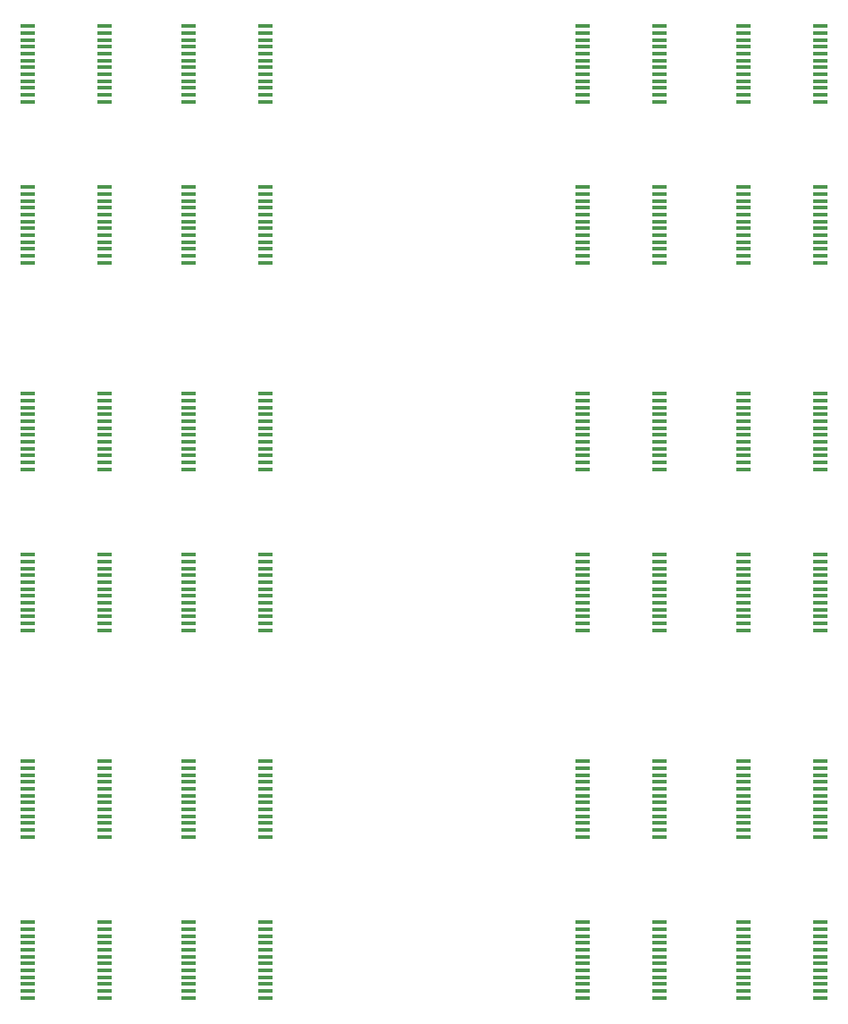
<source format=gbp>
G75*
%MOIN*%
%OFA0B0*%
%FSLAX25Y25*%
%IPPOS*%
%LPD*%
%AMOC8*
5,1,8,0,0,1.08239X$1,22.5*
%
%ADD10R,0.05500X0.01370*%
D10*
X0132962Y0059425D03*
X0132962Y0061984D03*
X0132962Y0064543D03*
X0132962Y0067102D03*
X0132962Y0069661D03*
X0132962Y0072220D03*
X0132962Y0074780D03*
X0132962Y0077339D03*
X0132962Y0079898D03*
X0132962Y0082457D03*
X0132962Y0085016D03*
X0132962Y0087575D03*
X0161749Y0087575D03*
X0161749Y0085016D03*
X0161749Y0082457D03*
X0161749Y0079898D03*
X0161749Y0077339D03*
X0161749Y0074780D03*
X0161749Y0072220D03*
X0161749Y0069661D03*
X0161749Y0067102D03*
X0161749Y0064543D03*
X0161749Y0061984D03*
X0161749Y0059425D03*
X0192962Y0059425D03*
X0192962Y0061984D03*
X0192962Y0064543D03*
X0192962Y0067102D03*
X0192962Y0069661D03*
X0192962Y0072220D03*
X0192962Y0074780D03*
X0192962Y0077339D03*
X0192962Y0079898D03*
X0192962Y0082457D03*
X0192962Y0085016D03*
X0192962Y0087575D03*
X0221749Y0087575D03*
X0221749Y0085016D03*
X0221749Y0082457D03*
X0221749Y0079898D03*
X0221749Y0077339D03*
X0221749Y0074780D03*
X0221749Y0072220D03*
X0221749Y0069661D03*
X0221749Y0067102D03*
X0221749Y0064543D03*
X0221749Y0061984D03*
X0221749Y0059425D03*
X0221749Y0119425D03*
X0221749Y0121984D03*
X0221749Y0124543D03*
X0221749Y0127102D03*
X0221749Y0129661D03*
X0221749Y0132220D03*
X0221749Y0134780D03*
X0221749Y0137339D03*
X0221749Y0139898D03*
X0221749Y0142457D03*
X0221749Y0145016D03*
X0221749Y0147575D03*
X0192962Y0147575D03*
X0192962Y0145016D03*
X0192962Y0142457D03*
X0192962Y0139898D03*
X0192962Y0137339D03*
X0192962Y0134780D03*
X0192962Y0132220D03*
X0192962Y0129661D03*
X0192962Y0127102D03*
X0192962Y0124543D03*
X0192962Y0121984D03*
X0192962Y0119425D03*
X0161749Y0119425D03*
X0161749Y0121984D03*
X0161749Y0124543D03*
X0161749Y0127102D03*
X0161749Y0129661D03*
X0161749Y0132220D03*
X0161749Y0134780D03*
X0161749Y0137339D03*
X0161749Y0139898D03*
X0161749Y0142457D03*
X0161749Y0145016D03*
X0161749Y0147575D03*
X0132962Y0147575D03*
X0132962Y0145016D03*
X0132962Y0142457D03*
X0132962Y0139898D03*
X0132962Y0137339D03*
X0132962Y0134780D03*
X0132962Y0132220D03*
X0132962Y0129661D03*
X0132962Y0127102D03*
X0132962Y0124543D03*
X0132962Y0121984D03*
X0132962Y0119425D03*
X0132962Y0196425D03*
X0132962Y0198984D03*
X0132962Y0201543D03*
X0132962Y0204102D03*
X0132962Y0206661D03*
X0132962Y0209220D03*
X0132962Y0211780D03*
X0132962Y0214339D03*
X0132962Y0216898D03*
X0132962Y0219457D03*
X0132962Y0222016D03*
X0132962Y0224575D03*
X0161749Y0224575D03*
X0161749Y0222016D03*
X0161749Y0219457D03*
X0161749Y0216898D03*
X0161749Y0214339D03*
X0161749Y0211780D03*
X0161749Y0209220D03*
X0161749Y0206661D03*
X0161749Y0204102D03*
X0161749Y0201543D03*
X0161749Y0198984D03*
X0161749Y0196425D03*
X0192962Y0196425D03*
X0192962Y0198984D03*
X0192962Y0201543D03*
X0192962Y0204102D03*
X0192962Y0206661D03*
X0192962Y0209220D03*
X0192962Y0211780D03*
X0192962Y0214339D03*
X0192962Y0216898D03*
X0192962Y0219457D03*
X0192962Y0222016D03*
X0192962Y0224575D03*
X0221749Y0224575D03*
X0221749Y0222016D03*
X0221749Y0219457D03*
X0221749Y0216898D03*
X0221749Y0214339D03*
X0221749Y0211780D03*
X0221749Y0209220D03*
X0221749Y0206661D03*
X0221749Y0204102D03*
X0221749Y0201543D03*
X0221749Y0198984D03*
X0221749Y0196425D03*
X0221749Y0256425D03*
X0221749Y0258984D03*
X0221749Y0261543D03*
X0221749Y0264102D03*
X0221749Y0266661D03*
X0221749Y0269220D03*
X0221749Y0271780D03*
X0221749Y0274339D03*
X0221749Y0276898D03*
X0221749Y0279457D03*
X0221749Y0282016D03*
X0221749Y0284575D03*
X0192962Y0284575D03*
X0192962Y0282016D03*
X0192962Y0279457D03*
X0192962Y0276898D03*
X0192962Y0274339D03*
X0192962Y0271780D03*
X0192962Y0269220D03*
X0192962Y0266661D03*
X0192962Y0264102D03*
X0192962Y0261543D03*
X0192962Y0258984D03*
X0192962Y0256425D03*
X0161749Y0256425D03*
X0161749Y0258984D03*
X0161749Y0261543D03*
X0161749Y0264102D03*
X0161749Y0266661D03*
X0161749Y0269220D03*
X0161749Y0271780D03*
X0161749Y0274339D03*
X0161749Y0276898D03*
X0161749Y0279457D03*
X0161749Y0282016D03*
X0161749Y0284575D03*
X0132962Y0284575D03*
X0132962Y0282016D03*
X0132962Y0279457D03*
X0132962Y0276898D03*
X0132962Y0274339D03*
X0132962Y0271780D03*
X0132962Y0269220D03*
X0132962Y0266661D03*
X0132962Y0264102D03*
X0132962Y0261543D03*
X0132962Y0258984D03*
X0132962Y0256425D03*
X0132962Y0333425D03*
X0132962Y0335984D03*
X0132962Y0338543D03*
X0132962Y0341102D03*
X0132962Y0343661D03*
X0132962Y0346220D03*
X0132962Y0348780D03*
X0132962Y0351339D03*
X0132962Y0353898D03*
X0132962Y0356457D03*
X0132962Y0359016D03*
X0132962Y0361575D03*
X0161749Y0361575D03*
X0161749Y0359016D03*
X0161749Y0356457D03*
X0161749Y0353898D03*
X0161749Y0351339D03*
X0161749Y0348780D03*
X0161749Y0346220D03*
X0161749Y0343661D03*
X0161749Y0341102D03*
X0161749Y0338543D03*
X0161749Y0335984D03*
X0161749Y0333425D03*
X0192962Y0333425D03*
X0192962Y0335984D03*
X0192962Y0338543D03*
X0192962Y0341102D03*
X0192962Y0343661D03*
X0192962Y0346220D03*
X0192962Y0348780D03*
X0192962Y0351339D03*
X0192962Y0353898D03*
X0192962Y0356457D03*
X0192962Y0359016D03*
X0192962Y0361575D03*
X0221749Y0361575D03*
X0221749Y0359016D03*
X0221749Y0356457D03*
X0221749Y0353898D03*
X0221749Y0351339D03*
X0221749Y0348780D03*
X0221749Y0346220D03*
X0221749Y0343661D03*
X0221749Y0341102D03*
X0221749Y0338543D03*
X0221749Y0335984D03*
X0221749Y0333425D03*
X0221749Y0393425D03*
X0221749Y0395984D03*
X0221749Y0398543D03*
X0221749Y0401102D03*
X0221749Y0403661D03*
X0221749Y0406220D03*
X0221749Y0408780D03*
X0221749Y0411339D03*
X0221749Y0413898D03*
X0221749Y0416457D03*
X0221749Y0419016D03*
X0221749Y0421575D03*
X0192962Y0421575D03*
X0192962Y0419016D03*
X0192962Y0416457D03*
X0192962Y0413898D03*
X0192962Y0411339D03*
X0192962Y0408780D03*
X0192962Y0406220D03*
X0192962Y0403661D03*
X0192962Y0401102D03*
X0192962Y0398543D03*
X0192962Y0395984D03*
X0192962Y0393425D03*
X0161749Y0393425D03*
X0161749Y0395984D03*
X0161749Y0398543D03*
X0161749Y0401102D03*
X0161749Y0403661D03*
X0161749Y0406220D03*
X0161749Y0408780D03*
X0161749Y0411339D03*
X0161749Y0413898D03*
X0161749Y0416457D03*
X0161749Y0419016D03*
X0161749Y0421575D03*
X0132962Y0421575D03*
X0132962Y0419016D03*
X0132962Y0416457D03*
X0132962Y0413898D03*
X0132962Y0411339D03*
X0132962Y0408780D03*
X0132962Y0406220D03*
X0132962Y0403661D03*
X0132962Y0401102D03*
X0132962Y0398543D03*
X0132962Y0395984D03*
X0132962Y0393425D03*
X0339962Y0393425D03*
X0339962Y0395984D03*
X0339962Y0398543D03*
X0339962Y0401102D03*
X0339962Y0403661D03*
X0339962Y0406220D03*
X0339962Y0408780D03*
X0339962Y0411339D03*
X0339962Y0413898D03*
X0339962Y0416457D03*
X0339962Y0419016D03*
X0339962Y0421575D03*
X0368749Y0421575D03*
X0368749Y0419016D03*
X0368749Y0416457D03*
X0368749Y0413898D03*
X0368749Y0411339D03*
X0368749Y0408780D03*
X0368749Y0406220D03*
X0368749Y0403661D03*
X0368749Y0401102D03*
X0368749Y0398543D03*
X0368749Y0395984D03*
X0368749Y0393425D03*
X0399962Y0393425D03*
X0399962Y0395984D03*
X0399962Y0398543D03*
X0399962Y0401102D03*
X0399962Y0403661D03*
X0399962Y0406220D03*
X0399962Y0408780D03*
X0399962Y0411339D03*
X0399962Y0413898D03*
X0399962Y0416457D03*
X0399962Y0419016D03*
X0399962Y0421575D03*
X0428749Y0421575D03*
X0428749Y0419016D03*
X0428749Y0416457D03*
X0428749Y0413898D03*
X0428749Y0411339D03*
X0428749Y0408780D03*
X0428749Y0406220D03*
X0428749Y0403661D03*
X0428749Y0401102D03*
X0428749Y0398543D03*
X0428749Y0395984D03*
X0428749Y0393425D03*
X0428749Y0361575D03*
X0428749Y0359016D03*
X0428749Y0356457D03*
X0428749Y0353898D03*
X0428749Y0351339D03*
X0428749Y0348780D03*
X0428749Y0346220D03*
X0428749Y0343661D03*
X0428749Y0341102D03*
X0428749Y0338543D03*
X0428749Y0335984D03*
X0428749Y0333425D03*
X0399962Y0333425D03*
X0399962Y0335984D03*
X0399962Y0338543D03*
X0399962Y0341102D03*
X0399962Y0343661D03*
X0399962Y0346220D03*
X0399962Y0348780D03*
X0399962Y0351339D03*
X0399962Y0353898D03*
X0399962Y0356457D03*
X0399962Y0359016D03*
X0399962Y0361575D03*
X0368749Y0361575D03*
X0368749Y0359016D03*
X0368749Y0356457D03*
X0368749Y0353898D03*
X0368749Y0351339D03*
X0368749Y0348780D03*
X0368749Y0346220D03*
X0368749Y0343661D03*
X0368749Y0341102D03*
X0368749Y0338543D03*
X0368749Y0335984D03*
X0368749Y0333425D03*
X0339962Y0333425D03*
X0339962Y0335984D03*
X0339962Y0338543D03*
X0339962Y0341102D03*
X0339962Y0343661D03*
X0339962Y0346220D03*
X0339962Y0348780D03*
X0339962Y0351339D03*
X0339962Y0353898D03*
X0339962Y0356457D03*
X0339962Y0359016D03*
X0339962Y0361575D03*
X0339962Y0284575D03*
X0339962Y0282016D03*
X0339962Y0279457D03*
X0339962Y0276898D03*
X0339962Y0274339D03*
X0339962Y0271780D03*
X0339962Y0269220D03*
X0339962Y0266661D03*
X0339962Y0264102D03*
X0339962Y0261543D03*
X0339962Y0258984D03*
X0339962Y0256425D03*
X0368749Y0256425D03*
X0368749Y0258984D03*
X0368749Y0261543D03*
X0368749Y0264102D03*
X0368749Y0266661D03*
X0368749Y0269220D03*
X0368749Y0271780D03*
X0368749Y0274339D03*
X0368749Y0276898D03*
X0368749Y0279457D03*
X0368749Y0282016D03*
X0368749Y0284575D03*
X0399962Y0284575D03*
X0399962Y0282016D03*
X0399962Y0279457D03*
X0399962Y0276898D03*
X0399962Y0274339D03*
X0399962Y0271780D03*
X0399962Y0269220D03*
X0399962Y0266661D03*
X0399962Y0264102D03*
X0399962Y0261543D03*
X0399962Y0258984D03*
X0399962Y0256425D03*
X0428749Y0256425D03*
X0428749Y0258984D03*
X0428749Y0261543D03*
X0428749Y0264102D03*
X0428749Y0266661D03*
X0428749Y0269220D03*
X0428749Y0271780D03*
X0428749Y0274339D03*
X0428749Y0276898D03*
X0428749Y0279457D03*
X0428749Y0282016D03*
X0428749Y0284575D03*
X0428749Y0224575D03*
X0428749Y0222016D03*
X0428749Y0219457D03*
X0428749Y0216898D03*
X0428749Y0214339D03*
X0428749Y0211780D03*
X0428749Y0209220D03*
X0428749Y0206661D03*
X0428749Y0204102D03*
X0428749Y0201543D03*
X0428749Y0198984D03*
X0428749Y0196425D03*
X0399962Y0196425D03*
X0399962Y0198984D03*
X0399962Y0201543D03*
X0399962Y0204102D03*
X0399962Y0206661D03*
X0399962Y0209220D03*
X0399962Y0211780D03*
X0399962Y0214339D03*
X0399962Y0216898D03*
X0399962Y0219457D03*
X0399962Y0222016D03*
X0399962Y0224575D03*
X0368749Y0224575D03*
X0368749Y0222016D03*
X0368749Y0219457D03*
X0368749Y0216898D03*
X0368749Y0214339D03*
X0368749Y0211780D03*
X0368749Y0209220D03*
X0368749Y0206661D03*
X0368749Y0204102D03*
X0368749Y0201543D03*
X0368749Y0198984D03*
X0368749Y0196425D03*
X0339962Y0196425D03*
X0339962Y0198984D03*
X0339962Y0201543D03*
X0339962Y0204102D03*
X0339962Y0206661D03*
X0339962Y0209220D03*
X0339962Y0211780D03*
X0339962Y0214339D03*
X0339962Y0216898D03*
X0339962Y0219457D03*
X0339962Y0222016D03*
X0339962Y0224575D03*
X0339962Y0147575D03*
X0339962Y0145016D03*
X0339962Y0142457D03*
X0339962Y0139898D03*
X0339962Y0137339D03*
X0339962Y0134780D03*
X0339962Y0132220D03*
X0339962Y0129661D03*
X0339962Y0127102D03*
X0339962Y0124543D03*
X0339962Y0121984D03*
X0339962Y0119425D03*
X0368749Y0119425D03*
X0368749Y0121984D03*
X0368749Y0124543D03*
X0368749Y0127102D03*
X0368749Y0129661D03*
X0368749Y0132220D03*
X0368749Y0134780D03*
X0368749Y0137339D03*
X0368749Y0139898D03*
X0368749Y0142457D03*
X0368749Y0145016D03*
X0368749Y0147575D03*
X0399962Y0147575D03*
X0399962Y0145016D03*
X0399962Y0142457D03*
X0399962Y0139898D03*
X0399962Y0137339D03*
X0399962Y0134780D03*
X0399962Y0132220D03*
X0399962Y0129661D03*
X0399962Y0127102D03*
X0399962Y0124543D03*
X0399962Y0121984D03*
X0399962Y0119425D03*
X0428749Y0119425D03*
X0428749Y0121984D03*
X0428749Y0124543D03*
X0428749Y0127102D03*
X0428749Y0129661D03*
X0428749Y0132220D03*
X0428749Y0134780D03*
X0428749Y0137339D03*
X0428749Y0139898D03*
X0428749Y0142457D03*
X0428749Y0145016D03*
X0428749Y0147575D03*
X0428749Y0087575D03*
X0428749Y0085016D03*
X0428749Y0082457D03*
X0428749Y0079898D03*
X0428749Y0077339D03*
X0428749Y0074780D03*
X0428749Y0072220D03*
X0428749Y0069661D03*
X0428749Y0067102D03*
X0428749Y0064543D03*
X0428749Y0061984D03*
X0428749Y0059425D03*
X0399962Y0059425D03*
X0399962Y0061984D03*
X0399962Y0064543D03*
X0399962Y0067102D03*
X0399962Y0069661D03*
X0399962Y0072220D03*
X0399962Y0074780D03*
X0399962Y0077339D03*
X0399962Y0079898D03*
X0399962Y0082457D03*
X0399962Y0085016D03*
X0399962Y0087575D03*
X0368749Y0087575D03*
X0368749Y0085016D03*
X0368749Y0082457D03*
X0368749Y0079898D03*
X0368749Y0077339D03*
X0368749Y0074780D03*
X0368749Y0072220D03*
X0368749Y0069661D03*
X0368749Y0067102D03*
X0368749Y0064543D03*
X0368749Y0061984D03*
X0368749Y0059425D03*
X0339962Y0059425D03*
X0339962Y0061984D03*
X0339962Y0064543D03*
X0339962Y0067102D03*
X0339962Y0069661D03*
X0339962Y0072220D03*
X0339962Y0074780D03*
X0339962Y0077339D03*
X0339962Y0079898D03*
X0339962Y0082457D03*
X0339962Y0085016D03*
X0339962Y0087575D03*
M02*

</source>
